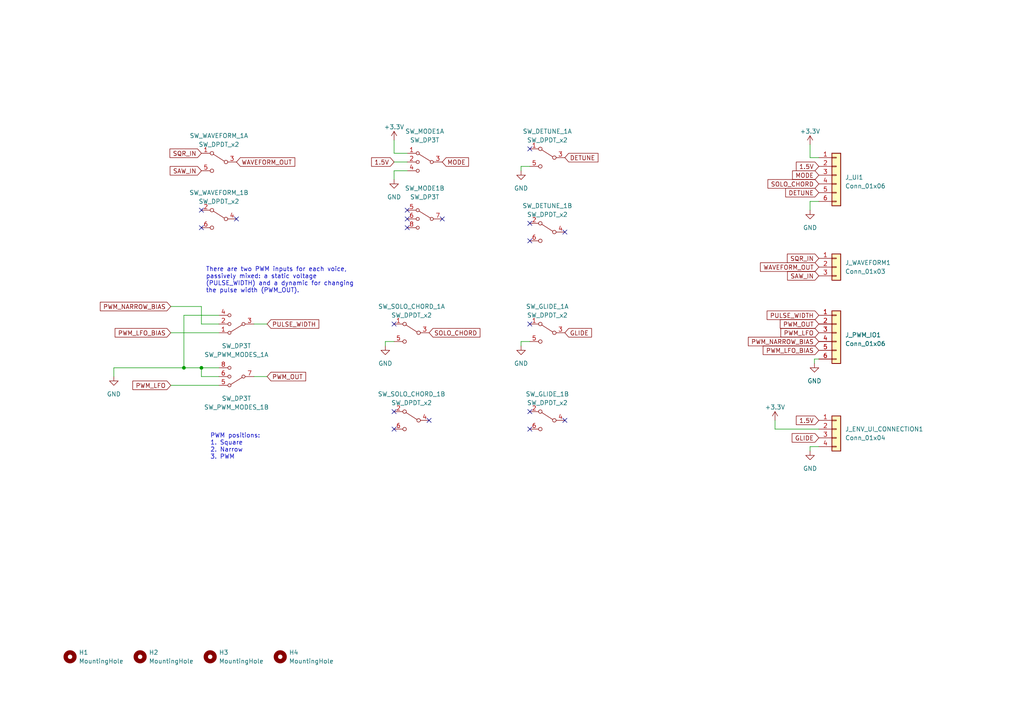
<source format=kicad_sch>
(kicad_sch (version 20230121) (generator eeschema)
  (paper "A4")
  (lib_symbols
    (symbol "Connector_Generic:Conn_01x03" (pin_names (offset 1.016) hide)
      (property "Reference" "J" (at 0 5.08 0))
      (property "Value" "Conn_01x03" (at 0 -5.08 0))
      (symbol "Conn_01x03_1_1"
        (rectangle (start -1.27 -2.413) (end 0 -2.667) (stroke (width 0.1524)))
        (rectangle (start -1.27 0.127) (end 0 -0.127) (stroke (width 0.1524)))
        (rectangle (start -1.27 2.667) (end 0 2.413) (stroke (width 0.1524)))
        (rectangle (start -1.27 3.81) (end 1.27 -3.81) (stroke (width 0.254)) (fill (type background)))
        (pin passive line (at -5.08 2.54 0) (length 3.81) (name "Pin_1") (number "1"))
        (pin passive line (at -5.08 0 0) (length 3.81) (name "Pin_2") (number "2"))
        (pin passive line (at -5.08 -2.54 0) (length 3.81) (name "Pin_3") (number "3"))
      )
    )
    (symbol "Connector_Generic:Conn_01x04" (pin_names (offset 1.016) hide)
      (property "Reference" "J" (at 0 5.08 0))
      (property "Value" "Conn_01x04" (at 0 -7.62 0))
      (symbol "Conn_01x04_1_1"
        (rectangle (start -1.27 -4.953) (end 0 -5.207) (stroke (width 0.1524)))
        (rectangle (start -1.27 -2.413) (end 0 -2.667) (stroke (width 0.1524)))
        (rectangle (start -1.27 0.127) (end 0 -0.127) (stroke (width 0.1524)))
        (rectangle (start -1.27 2.667) (end 0 2.413) (stroke (width 0.1524)))
        (rectangle (start -1.27 3.81) (end 1.27 -6.35) (stroke (width 0.254)) (fill (type background)))
        (pin passive line (at -5.08 2.54 0) (length 3.81) (name "Pin_1") (number "1"))
        (pin passive line (at -5.08 0 0) (length 3.81) (name "Pin_2") (number "2"))
        (pin passive line (at -5.08 -2.54 0) (length 3.81) (name "Pin_3") (number "3"))
        (pin passive line (at -5.08 -5.08 0) (length 3.81) (name "Pin_4") (number "4"))
      )
    )
    (symbol "Connector_Generic:Conn_01x06" (pin_names (offset 1.016) hide)
      (property "Reference" "J" (at 0 7.62 0))
      (property "Value" "Conn_01x06" (at 0 -10.16 0))
      (symbol "Conn_01x06_1_1"
        (rectangle (start -1.27 -7.493) (end 0 -7.747) (stroke (width 0.1524)))
        (rectangle (start -1.27 -4.953) (end 0 -5.207) (stroke (width 0.1524)))
        (rectangle (start -1.27 -2.413) (end 0 -2.667) (stroke (width 0.1524)))
        (rectangle (start -1.27 0.127) (end 0 -0.127) (stroke (width 0.1524)))
        (rectangle (start -1.27 2.667) (end 0 2.413) (stroke (width 0.1524)))
        (rectangle (start -1.27 5.207) (end 0 4.953) (stroke (width 0.1524)))
        (rectangle (start -1.27 6.35) (end 1.27 -8.89) (stroke (width 0.254)) (fill (type background)))
        (pin passive line (at -5.08 5.08 0) (length 3.81) (name "Pin_1") (number "1"))
        (pin passive line (at -5.08 2.54 0) (length 3.81) (name "Pin_2") (number "2"))
        (pin passive line (at -5.08 0 0) (length 3.81) (name "Pin_3") (number "3"))
        (pin passive line (at -5.08 -2.54 0) (length 3.81) (name "Pin_4") (number "4"))
        (pin passive line (at -5.08 -5.08 0) (length 3.81) (name "Pin_5") (number "5"))
        (pin passive line (at -5.08 -7.62 0) (length 3.81) (name "Pin_6") (number "6"))
      )
    )
    (symbol "GND_6" (power) (pin_names (offset 0))
      (property "Value" "GND_6" (at 0 -3.81 0))
      (symbol "GND_6_0_1"
        (polyline (pts (xy 0 0) (xy 0 -1.27) (xy 1.27 -1.27) (xy 0 -2.54) (xy -1.27 -1.27) (xy 0 -1.27)))
      )
      (symbol "GND_6_1_1"
        (pin power_in line (at 0 0 270) (length 0) hide (name "GND") (number "1"))
      )
    )
    (symbol "Mechanical:MountingHole" (pin_names (offset 1.016))
      (property "Reference" "H" (at 0 5.08 0))
      (property "Value" "MountingHole" (at 0 3.175 0))
      (symbol "MountingHole_0_1"
        (circle (center 0 0) (radius 1.27) (stroke (width 1.27)))
      )
    )
    (symbol "Shmoergh_Custom_Components:SW_DPDT_x2" (pin_names (offset 0) hide)
      (property "Reference" "SW" (at 0 4.318 0))
      (property "Value" "SW_DPDT_x2" (at 0 -5.08 0))
      (symbol "SW_DPDT_x2_0_0"
        (circle (center -2.032 0) (radius 0.508))
        (circle (center 2.032 -2.54) (radius 0.508))
      )
      (symbol "SW_DPDT_x2_0_1"
        (polyline (pts (xy -1.524 0.254) (xy 1.651 2.286)))
        (circle (center 2.032 2.54) (radius 0.508))
      )
      (symbol "SW_DPDT_x2_1_1"
        (pin passive line (at 5.08 2.54 180) (length 2.54) (name "A") (number "1"))
        (pin passive line (at -5.08 0 0) (length 2.54) (name "B") (number "3"))
        (pin passive line (at 5.08 -2.54 180) (length 2.54) (name "C") (number "5"))
      )
      (symbol "SW_DPDT_x2_2_1"
        (pin passive line (at 5.08 2.54 180) (length 2.54) (name "A") (number "2"))
        (pin passive line (at -5.08 0 0) (length 2.54) (name "B") (number "4"))
        (pin passive line (at 5.08 -2.54 180) (length 2.54) (name "C") (number "6"))
      )
    )
    (symbol "Switch:SW_DP3T" (pin_names (offset 0) hide)
      (property "Reference" "SW" (at 0 5.08 0))
      (property "Value" "SW_DP3T" (at 0 -5.08 0))
      (symbol "SW_DP3T_0_1"
        (circle (center -2.032 0) (radius 0.4572))
        (polyline (pts (xy -1.651 0.254) (xy 1.651 2.286)))
        (circle (center 2.032 -2.54) (radius 0.4572))
        (circle (center 2.032 0) (radius 0.4572))
        (circle (center 2.032 2.54) (radius 0.4572))
      )
      (symbol "SW_DP3T_1_1"
        (pin passive line (at 5.08 2.54 180) (length 2.54) (name "1") (number "1"))
        (pin passive line (at 5.08 0 180) (length 2.54) (name "2") (number "2"))
        (pin passive line (at -5.08 0 0) (length 2.54) (name "3") (number "3"))
        (pin passive line (at 5.08 -2.54 180) (length 2.54) (name "4") (number "4"))
      )
      (symbol "SW_DP3T_2_1"
        (pin passive line (at 5.08 2.54 180) (length 2.54) (name "5") (number "5"))
        (pin passive line (at 5.08 0 180) (length 2.54) (name "6") (number "6"))
        (pin passive line (at -5.08 0 0) (length 2.54) (name "7") (number "7"))
        (pin passive line (at 5.08 -2.54 180) (length 2.54) (name "8") (number "8"))
      )
    )
    (symbol "power:+3.3V" (power) (pin_names (offset 0))
      (property "Value" "+3.3V" (at 0 3.556 0))
      (symbol "+3.3V_0_1"
        (polyline (pts (xy -0.762 1.27) (xy 0 2.54)))
        (polyline (pts (xy 0 0) (xy 0 2.54)))
        (polyline (pts (xy 0 2.54) (xy 0.762 1.27)))
      )
      (symbol "+3.3V_1_1"
        (pin power_in line (at 0 0 90) (length 0) hide (name "+3.3V") (number "1"))
      )
    )
    (symbol "power:GND" (power) (pin_names (offset 0))
      (property "Value" "GND" (at 0 -3.81 0))
      (symbol "GND_0_1"
        (polyline (pts (xy 0 0) (xy 0 -1.27) (xy 1.27 -1.27) (xy 0 -2.54) (xy -1.27 -1.27) (xy 0 -1.27)))
      )
      (symbol "GND_1_1"
        (pin power_in line (at 0 0 270) (length 0) hide (name "GND") (number "1"))
      )
    )
  )
  (junction (at 53.34 106.68))
  (junction (at 58.42 106.68))
  (no_connect (at 153.67 119.38))
  (no_connect (at 153.67 64.77))
  (no_connect (at 114.3 119.38))
  (no_connect (at 128.27 63.5))
  (no_connect (at 153.67 69.85))
  (no_connect (at 118.11 63.5))
  (no_connect (at 118.11 60.96))
  (no_connect (at 114.3 93.98))
  (no_connect (at 163.83 67.31))
  (no_connect (at 153.67 93.98))
  (no_connect (at 153.67 43.18))
  (no_connect (at 68.58 63.5))
  (no_connect (at 114.3 124.46))
  (no_connect (at 163.83 121.92))
  (no_connect (at 153.67 124.46))
  (no_connect (at 58.42 66.04))
  (no_connect (at 124.46 121.92))
  (no_connect (at 118.11 66.04))
  (no_connect (at 58.42 60.96))
  (wire (pts (xy 33.02 109.22) (xy 33.02 106.68)))
  (wire (pts (xy 63.5 109.22) (xy 58.42 109.22)))
  (wire (pts (xy 151.13 100.33) (xy 151.13 99.06)))
  (wire (pts (xy 234.95 129.54) (xy 237.49 129.54)))
  (wire (pts (xy 63.5 91.44) (xy 53.34 91.44)))
  (wire (pts (xy 73.66 109.22) (xy 77.47 109.22)))
  (wire (pts (xy 114.3 46.99) (xy 118.11 46.99)))
  (wire (pts (xy 236.22 104.14) (xy 237.49 104.14)))
  (wire (pts (xy 114.3 44.45) (xy 118.11 44.45)))
  (wire (pts (xy 234.95 41.91) (xy 234.95 45.72)))
  (wire (pts (xy 151.13 48.26) (xy 153.67 48.26)))
  (wire (pts (xy 234.95 130.81) (xy 234.95 129.54)))
  (wire (pts (xy 111.76 100.33) (xy 111.76 99.06)))
  (wire (pts (xy 236.22 105.41) (xy 236.22 104.14)))
  (wire (pts (xy 111.76 99.06) (xy 114.3 99.06)))
  (wire (pts (xy 114.3 49.53) (xy 118.11 49.53)))
  (wire (pts (xy 33.02 106.68) (xy 53.34 106.68)))
  (wire (pts (xy 49.53 88.9) (xy 58.42 88.9)))
  (wire (pts (xy 73.66 93.98) (xy 77.47 93.98)))
  (wire (pts (xy 234.95 45.72) (xy 237.49 45.72)))
  (wire (pts (xy 49.53 96.52) (xy 63.5 96.52)))
  (wire (pts (xy 224.79 121.92) (xy 224.79 124.46)))
  (wire (pts (xy 224.79 124.46) (xy 237.49 124.46)))
  (wire (pts (xy 234.95 60.96) (xy 234.95 58.42)))
  (wire (pts (xy 58.42 93.98) (xy 63.5 93.98)))
  (wire (pts (xy 151.13 49.53) (xy 151.13 48.26)))
  (wire (pts (xy 58.42 109.22) (xy 58.42 106.68)))
  (wire (pts (xy 58.42 106.68) (xy 63.5 106.68)))
  (wire (pts (xy 151.13 99.06) (xy 153.67 99.06)))
  (wire (pts (xy 49.53 111.76) (xy 63.5 111.76)))
  (wire (pts (xy 114.3 52.07) (xy 114.3 49.53)))
  (wire (pts (xy 53.34 106.68) (xy 58.42 106.68)))
  (wire (pts (xy 114.3 40.64) (xy 114.3 44.45)))
  (wire (pts (xy 58.42 88.9) (xy 58.42 93.98)))
  (wire (pts (xy 234.95 58.42) (xy 237.49 58.42)))
  (wire (pts (xy 53.34 91.44) (xy 53.34 106.68)))
  (text "PWM positions:\n1. Square\n2. Narrow\n3. PWM" (at 60.96 133.35 0) (effects (font (size 1.27 1.27)) (justify left bottom)))
  (text "There are two PWM inputs for each voice,\npassively mixed: a static voltage\n(PULSE_WIDTH) and a dynamic for changing\nthe pulse width (PWM_OUT).\n" (at 59.69 85.09 0) (effects (font (size 1.27 1.27)) (justify left bottom)))
  (global_label "PWM_OUT" (shape input) (at 237.49 93.98 180) (property "Intersheetrefs" "${INTERSHEET_REFS}" (effects hide)))
  (global_label "WAVEFORM_OUT" (shape input) (at 68.58 46.99 0) (property "Intersheetrefs" "${INTERSHEET_REFS}" (effects hide)))
  (global_label "SQR_IN" (shape input) (at 237.49 74.93 180) (property "Intersheetrefs" "${INTERSHEET_REFS}" (effects hide)))
  (global_label "PWM_LFO" (shape input) (at 237.49 96.52 180) (property "Intersheetrefs" "${INTERSHEET_REFS}" (effects hide)))
  (global_label "SOLO_CHORD" (shape input) (at 237.49 53.34 180) (property "Intersheetrefs" "${INTERSHEET_REFS}" (effects hide)))
  (global_label "DETUNE" (shape input) (at 237.49 55.88 180) (property "Intersheetrefs" "${INTERSHEET_REFS}" (effects hide)))
  (global_label "1.5V" (shape input) (at 237.49 121.92 180) (property "Intersheetrefs" "${INTERSHEET_REFS}" (effects hide)))
  (global_label "SAW_IN" (shape input) (at 237.49 80.01 180) (property "Intersheetrefs" "${INTERSHEET_REFS}" (effects hide)))
  (global_label "GLIDE" (shape input) (at 163.83 96.52 0) (property "Intersheetrefs" "${INTERSHEET_REFS}" (effects hide)))
  (global_label "PULSE_WIDTH" (shape input) (at 77.47 93.98 0) (property "Intersheetrefs" "${INTERSHEET_REFS}" (effects hide)))
  (global_label "1.5V" (shape input) (at 114.3 46.99 180) (property "Intersheetrefs" "${INTERSHEET_REFS}" (effects hide)))
  (global_label "PWM_LFO_BIAS" (shape input) (at 237.49 101.6 180) (property "Intersheetrefs" "${INTERSHEET_REFS}" (effects hide)))
  (global_label "PWM_OUT" (shape input) (at 77.47 109.22 0) (property "Intersheetrefs" "${INTERSHEET_REFS}" (effects hide)))
  (global_label "PWM_NARROW_BIAS" (shape input) (at 237.49 99.06 180) (property "Intersheetrefs" "${INTERSHEET_REFS}" (effects hide)))
  (global_label "DETUNE" (shape input) (at 163.83 45.72 0) (property "Intersheetrefs" "${INTERSHEET_REFS}" (effects hide)))
  (global_label "PWM_LFO_BIAS" (shape input) (at 49.53 96.52 180) (property "Intersheetrefs" "${INTERSHEET_REFS}" (effects hide)))
  (global_label "MODE" (shape input) (at 237.49 50.8 180) (property "Intersheetrefs" "${INTERSHEET_REFS}" (effects hide)))
  (global_label "PULSE_WIDTH" (shape input) (at 237.49 91.44 180) (property "Intersheetrefs" "${INTERSHEET_REFS}" (effects hide)))
  (global_label "MODE" (shape input) (at 128.27 46.99 0) (property "Intersheetrefs" "${INTERSHEET_REFS}" (effects hide)))
  (global_label "SQR_IN" (shape input) (at 58.42 44.45 180) (property "Intersheetrefs" "${INTERSHEET_REFS}" (effects hide)))
  (global_label "SOLO_CHORD" (shape input) (at 124.46 96.52 0) (property "Intersheetrefs" "${INTERSHEET_REFS}" (effects hide)))
  (global_label "SAW_IN" (shape input) (at 58.42 49.53 180) (property "Intersheetrefs" "${INTERSHEET_REFS}" (effects hide)))
  (global_label "PWM_LFO" (shape input) (at 49.53 111.76 180) (property "Intersheetrefs" "${INTERSHEET_REFS}" (effects hide)))
  (global_label "1.5V" (shape input) (at 237.49 48.26 180) (property "Intersheetrefs" "${INTERSHEET_REFS}" (effects hide)))
  (global_label "PWM_NARROW_BIAS" (shape input) (at 49.53 88.9 180) (property "Intersheetrefs" "${INTERSHEET_REFS}" (effects hide)))
  (global_label "WAVEFORM_OUT" (shape input) (at 237.49 77.47 180) (property "Intersheetrefs" "${INTERSHEET_REFS}" (effects hide)))
  (global_label "GLIDE" (shape input) (at 237.49 127 180) (property "Intersheetrefs" "${INTERSHEET_REFS}" (effects hide)))
  (symbol (lib_id "power:GND") (at 151.13 49.53 0) (unit 1)
    (property "Reference" "#PWR05" (effects hide))
    (property "Value" "GND" (at 151.13 54.61 0))
  )
  (symbol (lib_id "power:GND") (at 234.95 60.96 0) (unit 1)
    (property "Reference" "#PWR015" (effects hide))
    (property "Value" "GND" (at 234.95 66.04 0))
  )
  (symbol (lib_id "power:+3.3V") (at 114.3 40.64 0) (unit 1)
    (property "Reference" "#PWR03" (effects hide))
    (property "Value" "+3.3V" (at 114.3 36.83 0))
  )
  (symbol (lib_id "Switch:SW_DP3T") (at 123.19 63.5 0) (mirror y) (unit 2)
    (property "Reference" "SW_MODE1" (at 123.19 54.61 0))
    (property "Value" "SW_DP3T" (at 123.19 57.15 0))
    (property "Footprint" "Shmoergh_Custom_Footprints:DP3T Korg Style Switch" (effects hide))
  )
  (symbol (lib_id "Connector_Generic:Conn_01x06") (at 242.57 50.8 0) (unit 1)
    (property "Reference" "J_UI1" (at 245.11 51.435 0) (effects (justify left)))
    (property "Value" "Conn_01x06" (at 245.11 53.975 0) (effects (justify left)))
    (property "Footprint" "Shmoergh_Custom_Footprints:NSL25_01x06_Vertical" (effects hide))
  )
  (symbol (lib_id "Connector_Generic:Conn_01x06") (at 242.57 96.52 0) (unit 1)
    (property "Reference" "J_PWM_IO1" (at 245.11 97.155 0) (effects (justify left)))
    (property "Value" "Conn_01x06" (at 245.11 99.695 0) (effects (justify left)))
    (property "Footprint" "Shmoergh_Custom_Footprints:NSL25_01x06_Vertical" (effects hide))
  )
  (symbol (lib_id "Switch:SW_DP3T") (at 68.58 109.22 180) (unit 2)
    (property "Reference" "SW_PWM_MODES_1" (at 68.58 118.11 0))
    (property "Value" "SW_DP3T" (at 68.58 115.57 0))
    (property "Footprint" "Shmoergh_Custom_Footprints:DP3T Korg Style Switch" (effects hide))
  )
  (symbol (lib_id "Mechanical:MountingHole") (at 60.96 190.5 0) (unit 1)
    (property "Reference" "H3" (at 63.5 189.23 0) (effects (justify left)))
    (property "Value" "MountingHole" (at 63.5 191.77 0) (effects (justify left)))
    (property "Footprint" "MountingHole:MountingHole_4mm" (effects hide))
  )
  (symbol (lib_id "Shmoergh_Custom_Components:SW_DPDT_x2") (at 158.75 45.72 0) (mirror y) (unit 1)
    (property "Reference" "SW_DETUNE_1" (at 158.75 38.1 0))
    (property "Value" "SW_DPDT_x2" (at 158.75 40.64 0))
    (property "Footprint" "Shmoergh_Custom_Footprints:DPDT Korg Style Switch" (effects hide))
  )
  (symbol (lib_id "power:+3.3V") (at 224.79 121.92 0) (unit 1)
    (property "Reference" "#PWR02" (effects hide))
    (property "Value" "+3.3V" (at 224.79 118.11 0))
  )
  (symbol (lib_id "Switch:SW_DP3T") (at 123.19 46.99 0) (mirror y) (unit 1)
    (property "Reference" "SW_MODE1" (at 123.19 38.1 0))
    (property "Value" "SW_DP3T" (at 123.19 40.64 0))
    (property "Footprint" "Shmoergh_Custom_Footprints:DP3T Korg Style Switch" (effects hide))
  )
  (symbol (lib_id "power:+3.3V") (at 234.95 41.91 0) (unit 1)
    (property "Reference" "#PWR014" (effects hide))
    (property "Value" "+3.3V" (at 234.95 38.1 0))
  )
  (symbol (lib_id "Shmoergh_Custom_Components:SW_DPDT_x2") (at 63.5 63.5 0) (mirror y) (unit 2)
    (property "Reference" "SW_WAVEFORM_1" (at 63.5 55.88 0))
    (property "Value" "SW_DPDT_x2" (at 63.5 58.42 0))
    (property "Footprint" "Shmoergh_Custom_Footprints:DPDT Korg Style Switch" (effects hide))
  )
  (symbol (lib_id "Mechanical:MountingHole") (at 20.32 190.5 0) (unit 1)
    (property "Reference" "H1" (at 22.86 189.23 0) (effects (justify left)))
    (property "Value" "MountingHole" (at 22.86 191.77 0) (effects (justify left)))
    (property "Footprint" "MountingHole:MountingHole_4mm" (effects hide))
  )
  (symbol (lib_id "Shmoergh_Custom_Components:SW_DPDT_x2") (at 119.38 96.52 0) (mirror y) (unit 1)
    (property "Reference" "SW_SOLO_CHORD_1" (at 119.38 88.9 0))
    (property "Value" "SW_DPDT_x2" (at 119.38 91.44 0))
    (property "Footprint" "Shmoergh_Custom_Footprints:DPDT Korg Style Switch" (effects hide))
  )
  (symbol (lib_id "power:GND") (at 114.3 52.07 0) (unit 1)
    (property "Reference" "#PWR04" (effects hide))
    (property "Value" "GND" (at 114.3 57.15 0))
  )
  (symbol (lib_id "Mechanical:MountingHole") (at 40.64 190.5 0) (unit 1)
    (property "Reference" "H2" (at 43.18 189.23 0) (effects (justify left)))
    (property "Value" "MountingHole" (at 43.18 191.77 0) (effects (justify left)))
    (property "Footprint" "MountingHole:MountingHole_4mm" (effects hide))
  )
  (symbol (lib_id "Connector_Generic:Conn_01x03") (at 242.57 77.47 0) (unit 1)
    (property "Reference" "J_WAVEFORM1" (at 245.11 76.2 0) (effects (justify left)))
    (property "Value" "Conn_01x03" (at 245.11 78.74 0) (effects (justify left)))
    (property "Footprint" "Shmoergh_Custom_Footprints:NSL25_01x06_Vertical" (effects hide))
  )
  (symbol (lib_id "Shmoergh_Custom_Components:SW_DPDT_x2") (at 158.75 96.52 0) (mirror y) (unit 1)
    (property "Reference" "SW_GLIDE_1" (at 158.75 88.9 0))
    (property "Value" "SW_DPDT_x2" (at 158.75 91.44 0))
    (property "Footprint" "Shmoergh_Custom_Footprints:DPDT Korg Style Switch" (effects hide))
  )
  (symbol (lib_id "Shmoergh_Custom_Components:SW_DPDT_x2") (at 158.75 121.92 0) (mirror y) (unit 2)
    (property "Reference" "SW_GLIDE_1" (at 158.75 114.3 0))
    (property "Value" "SW_DPDT_x2" (at 158.75 116.84 0))
    (property "Footprint" "Shmoergh_Custom_Footprints:DPDT Korg Style Switch" (effects hide))
  )
  (symbol (lib_id "power:GND") (at 111.76 100.33 0) (unit 1)
    (property "Reference" "#PWR06" (effects hide))
    (property "Value" "GND" (at 111.76 105.41 0))
  )
  (symbol (lib_id "Shmoergh_Custom_Components:SW_DPDT_x2") (at 63.5 46.99 0) (mirror y) (unit 1)
    (property "Reference" "SW_WAVEFORM_1" (at 63.5 39.37 0))
    (property "Value" "SW_DPDT_x2" (at 63.5 41.91 0))
    (property "Footprint" "Shmoergh_Custom_Footprints:DPDT Korg Style Switch" (effects hide))
  )
  (symbol (lib_id "Shmoergh_Custom_Components:SW_DPDT_x2") (at 119.38 121.92 0) (mirror y) (unit 2)
    (property "Reference" "SW_SOLO_CHORD_1" (at 119.38 114.3 0))
    (property "Value" "SW_DPDT_x2" (at 119.38 116.84 0))
    (property "Footprint" "Shmoergh_Custom_Footprints:DPDT Korg Style Switch" (effects hide))
  )
  (symbol (lib_id "Connector_Generic:Conn_01x04") (at 242.57 124.46 0) (unit 1)
    (property "Reference" "J_ENV_UI_CONNECTION1" (at 245.11 124.46 0) (effects (justify left)))
    (property "Value" "Conn_01x04" (at 245.11 127 0) (effects (justify left)))
    (property "Footprint" "Shmoergh_Custom_Footprints:NSL25_01x04_Vertical" (effects hide))
  )
  (symbol (lib_id "Shmoergh_Custom_Components:SW_DPDT_x2") (at 158.75 67.31 0) (mirror y) (unit 2)
    (property "Reference" "SW_DETUNE_1" (at 158.75 59.69 0))
    (property "Value" "SW_DPDT_x2" (at 158.75 62.23 0))
    (property "Footprint" "Shmoergh_Custom_Footprints:DPDT Korg Style Switch" (effects hide))
  )
  (symbol (lib_name "GND_6") (lib_id "power:GND") (at 236.22 105.41 0) (unit 1)
    (property "Reference" "#PWR011" (effects hide))
    (property "Value" "GND" (at 236.22 110.49 0))
  )
  (symbol (lib_id "power:GND") (at 234.95 130.81 0) (unit 1)
    (property "Reference" "#PWR07" (effects hide))
    (property "Value" "GND" (at 234.95 135.89 0))
  )
  (symbol (lib_id "Mechanical:MountingHole") (at 81.28 190.5 0) (unit 1)
    (property "Reference" "H4" (at 83.82 189.23 0) (effects (justify left)))
    (property "Value" "MountingHole" (at 83.82 191.77 0) (effects (justify left)))
    (property "Footprint" "MountingHole:MountingHole_4mm" (effects hide))
  )
  (symbol (lib_name "GND_6") (lib_id "power:GND") (at 33.02 109.22 0) (unit 1)
    (property "Reference" "#PWR09" (effects hide))
    (property "Value" "GND" (at 33.02 114.3 0))
  )
  (symbol (lib_id "power:GND") (at 151.13 100.33 0) (unit 1)
    (property "Reference" "#PWR01" (effects hide))
    (property "Value" "GND" (at 151.13 105.41 0))
  )
  (symbol (lib_id "Switch:SW_DP3T") (at 68.58 93.98 180) (unit 1)
    (property "Reference" "SW_PWM_MODES_1" (at 68.58 102.87 0))
    (property "Value" "SW_DP3T" (at 68.58 100.33 0))
    (property "Footprint" "Shmoergh_Custom_Footprints:DP3T Korg Style Switch" (effects hide))
  )
)
</source>
